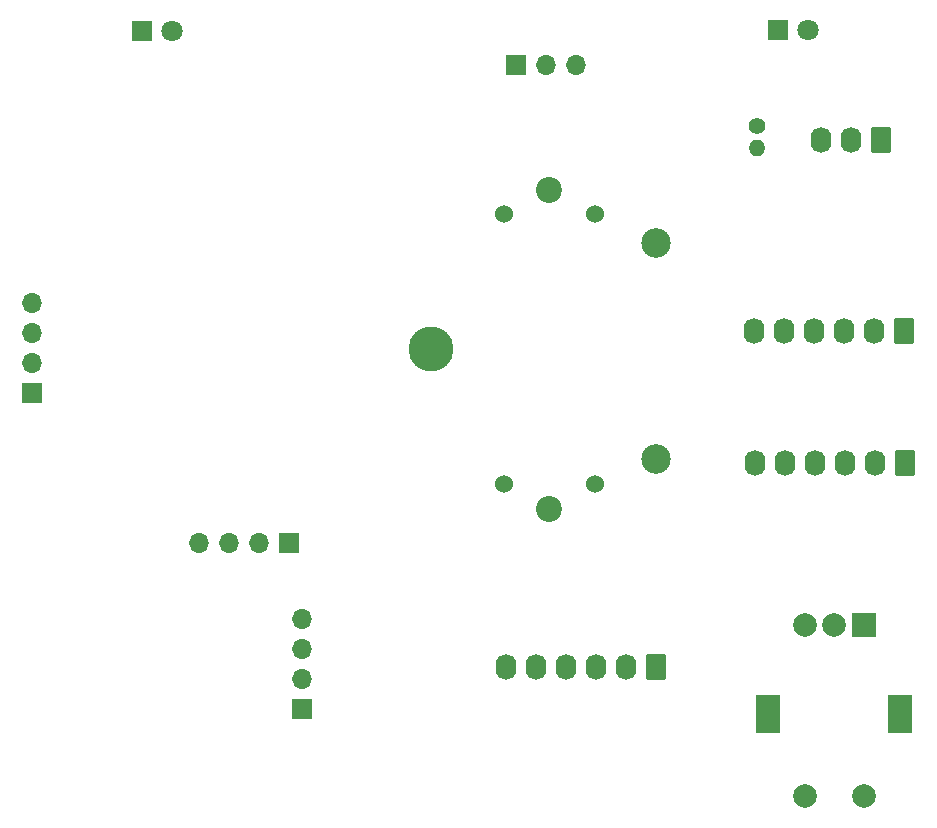
<source format=gbr>
%TF.GenerationSoftware,KiCad,Pcbnew,7.0.9*%
%TF.CreationDate,2023-11-25T09:18:02+10:00*%
%TF.ProjectId,Simmeters Large Guage Replacement,53696d6d-6574-4657-9273-204c61726765,rev?*%
%TF.SameCoordinates,Original*%
%TF.FileFunction,Soldermask,Top*%
%TF.FilePolarity,Negative*%
%FSLAX46Y46*%
G04 Gerber Fmt 4.6, Leading zero omitted, Abs format (unit mm)*
G04 Created by KiCad (PCBNEW 7.0.9) date 2023-11-25 09:18:02*
%MOMM*%
%LPD*%
G01*
G04 APERTURE LIST*
G04 Aperture macros list*
%AMRoundRect*
0 Rectangle with rounded corners*
0 $1 Rounding radius*
0 $2 $3 $4 $5 $6 $7 $8 $9 X,Y pos of 4 corners*
0 Add a 4 corners polygon primitive as box body*
4,1,4,$2,$3,$4,$5,$6,$7,$8,$9,$2,$3,0*
0 Add four circle primitives for the rounded corners*
1,1,$1+$1,$2,$3*
1,1,$1+$1,$4,$5*
1,1,$1+$1,$6,$7*
1,1,$1+$1,$8,$9*
0 Add four rect primitives between the rounded corners*
20,1,$1+$1,$2,$3,$4,$5,0*
20,1,$1+$1,$4,$5,$6,$7,0*
20,1,$1+$1,$6,$7,$8,$9,0*
20,1,$1+$1,$8,$9,$2,$3,0*%
G04 Aperture macros list end*
%ADD10C,2.200000*%
%ADD11C,2.500000*%
%ADD12C,3.800000*%
%ADD13C,1.524000*%
%ADD14R,1.700000X1.700000*%
%ADD15O,1.700000X1.700000*%
%ADD16R,2.000000X2.000000*%
%ADD17C,2.000000*%
%ADD18R,2.000000X3.200000*%
%ADD19R,1.800000X1.800000*%
%ADD20C,1.800000*%
%ADD21O,1.400000X1.400000*%
%ADD22C,1.400000*%
%ADD23RoundRect,0.250000X0.620000X0.845000X-0.620000X0.845000X-0.620000X-0.845000X0.620000X-0.845000X0*%
%ADD24O,1.740000X2.190000*%
G04 APERTURE END LIST*
D10*
%TO.C,M1*%
X186395100Y-87194600D03*
D11*
X195395100Y-91694600D03*
D12*
X176395100Y-100694600D03*
D11*
X195395100Y-109969600D03*
D10*
X186395100Y-114194600D03*
D13*
X190245100Y-89269600D03*
X182545100Y-89269600D03*
X182545100Y-112119600D03*
X190245100Y-112119600D03*
%TD*%
D14*
%TO.C,J4*%
X183610500Y-76604600D03*
D15*
X186150500Y-76604600D03*
X188690500Y-76604600D03*
%TD*%
D16*
%TO.C,SW1*%
X213015500Y-124054600D03*
D17*
X208015500Y-124054600D03*
X210515500Y-124054600D03*
D18*
X216115500Y-131554600D03*
X204915500Y-131554600D03*
D17*
X208015500Y-138554600D03*
X213015500Y-138554600D03*
%TD*%
D14*
%TO.C,DS3*%
X165455500Y-131114600D03*
D15*
X165455500Y-128574600D03*
X165455500Y-126034600D03*
X165455500Y-123494600D03*
%TD*%
D14*
%TO.C,DS2*%
X164321500Y-117092600D03*
D15*
X161781500Y-117092600D03*
X159241500Y-117092600D03*
X156701500Y-117092600D03*
%TD*%
D14*
%TO.C,DS1*%
X142625500Y-104434600D03*
D15*
X142625500Y-101894600D03*
X142625500Y-99354600D03*
X142625500Y-96814600D03*
%TD*%
D19*
%TO.C,D2*%
X151875500Y-73774600D03*
D20*
X154415500Y-73774600D03*
%TD*%
D19*
%TO.C,D1*%
X205723500Y-73658600D03*
D20*
X208263500Y-73658600D03*
%TD*%
D21*
%TO.C,R1*%
X203995500Y-83674600D03*
D22*
X203995500Y-81774600D03*
%TD*%
D23*
%TO.C,J1*%
X195415500Y-127584600D03*
D24*
X192875500Y-127584600D03*
X190335500Y-127584600D03*
X187795500Y-127584600D03*
X185255500Y-127584600D03*
X182715500Y-127584600D03*
%TD*%
D23*
%TO.C,J2*%
X216405500Y-99124600D03*
D24*
X213865500Y-99124600D03*
X211325500Y-99124600D03*
X208785500Y-99124600D03*
X206245500Y-99124600D03*
X203705500Y-99124600D03*
%TD*%
D23*
%TO.C,J3*%
X216485500Y-110284600D03*
D24*
X213945500Y-110284600D03*
X211405500Y-110284600D03*
X208865500Y-110284600D03*
X206325500Y-110284600D03*
X203785500Y-110284600D03*
%TD*%
D23*
%TO.C,J5*%
X214455500Y-82954600D03*
D24*
X211915500Y-82954600D03*
X209375500Y-82954600D03*
%TD*%
M02*

</source>
